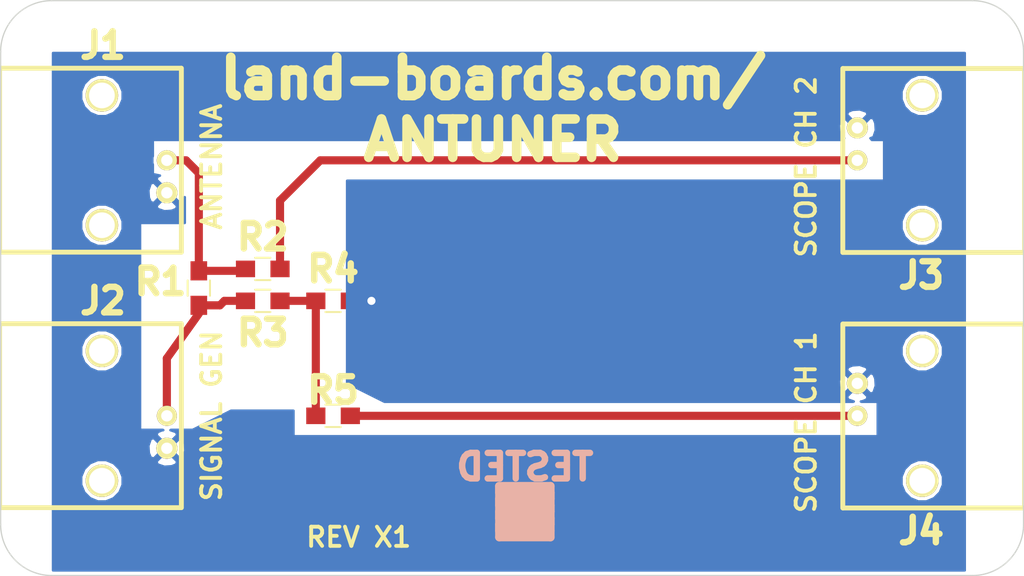
<source format=kicad_pcb>
(kicad_pcb (version 4) (host pcbnew 4.0.5)

  (general
    (links 12)
    (no_connects 0)
    (area -13.849999 -7.2 91.635715 45.6256)
    (thickness 1.6)
    (drawings 19)
    (tracks 18)
    (zones 0)
    (modules 10)
    (nets 7)
  )

  (page A3)
  (layers
    (0 F.Cu signal hide)
    (31 B.Cu signal)
    (36 B.SilkS user)
    (37 F.SilkS user)
    (38 B.Mask user)
    (39 F.Mask user)
    (40 Dwgs.User user hide)
    (44 Edge.Cuts user)
  )

  (setup
    (last_trace_width 0.635)
    (user_trace_width 0.2032)
    (user_trace_width 0.635)
    (trace_clearance 0.254)
    (zone_clearance 0.254)
    (zone_45_only no)
    (trace_min 0.2032)
    (segment_width 0.2)
    (edge_width 0.1)
    (via_size 0.889)
    (via_drill 0.635)
    (via_min_size 0.889)
    (via_min_drill 0.508)
    (uvia_size 0.508)
    (uvia_drill 0.127)
    (uvias_allowed no)
    (uvia_min_size 0.508)
    (uvia_min_drill 0.127)
    (pcb_text_width 0.3)
    (pcb_text_size 1.5 1.5)
    (mod_edge_width 0.15)
    (mod_text_size 2 2)
    (mod_text_width 0.5)
    (pad_size 1.5 1.5)
    (pad_drill 0.6)
    (pad_to_mask_clearance 0)
    (aux_axis_origin 0 0)
    (visible_elements 7FFFFF7F)
    (pcbplotparams
      (layerselection 0x010f0_80000001)
      (usegerberextensions false)
      (excludeedgelayer true)
      (linewidth 0.150000)
      (plotframeref false)
      (viasonmask false)
      (mode 1)
      (useauxorigin false)
      (hpglpennumber 1)
      (hpglpenspeed 20)
      (hpglpendiameter 15)
      (hpglpenoverlay 2)
      (psnegative false)
      (psa4output false)
      (plotreference true)
      (plotvalue true)
      (plotinvisibletext false)
      (padsonsilk false)
      (subtractmaskfromsilk false)
      (outputformat 1)
      (mirror false)
      (drillshape 0)
      (scaleselection 1)
      (outputdirectory plots/))
  )

  (net 0 "")
  (net 1 GND)
  (net 2 "Net-(J1-Pad1)")
  (net 3 "Net-(J2-Pad1)")
  (net 4 "Net-(J3-Pad1)")
  (net 5 "Net-(J4-Pad1)")
  (net 6 "Net-(R3-Pad2)")

  (net_class Default "This is the default net class."
    (clearance 0.254)
    (trace_width 0.254)
    (via_dia 0.889)
    (via_drill 0.635)
    (uvia_dia 0.508)
    (uvia_drill 0.127)
    (add_net GND)
    (add_net "Net-(J1-Pad1)")
    (add_net "Net-(J2-Pad1)")
    (add_net "Net-(J3-Pad1)")
    (add_net "Net-(J4-Pad1)")
    (add_net "Net-(R3-Pad2)")
  )

  (module BNC-RT (layer F.Cu) (tedit 592B1C65) (tstamp 519A6003)
    (at 13 12.5 90)
    (path /519A5027)
    (fp_text reference J1 (at 9 -5 180) (layer F.SilkS)
      (effects (font (size 2 2) (thickness 0.5)))
    )
    (fp_text value BNC (at -0.14986 6.2992 90) (layer F.SilkS) hide
      (effects (font (thickness 0.3048)))
    )
    (fp_line (start -7.1882 1.1176) (end -7.1882 -13.08354) (layer F.SilkS) (width 0.381))
    (fp_line (start -7.19328 -13.07846) (end 7.20598 -13.07846) (layer F.SilkS) (width 0.381))
    (fp_line (start 7.21106 -13.08354) (end 7.21106 1.1176) (layer F.SilkS) (width 0.381))
    (fp_line (start -7.1882 1.13538) (end 7.21106 1.13538) (layer F.SilkS) (width 0.381))
    (pad 1 thru_hole circle (at 0 0 90) (size 1.5748 1.5748) (drill 0.889) (layers *.Cu *.Mask F.SilkS)
      (net 2 "Net-(J1-Pad1)"))
    (pad 2 thru_hole circle (at -2.54 0 90) (size 1.651 1.651) (drill 0.889) (layers *.Cu *.Mask F.SilkS)
      (net 1 GND))
    (pad "" thru_hole circle (at -5.08 -5.08 90) (size 2.54 2.54) (drill 2.00914) (layers *.Cu *.Mask F.SilkS))
    (pad "" thru_hole circle (at 5.08 -5.08 90) (size 2.54 2.54) (drill 2.00914) (layers *.Cu *.Mask F.SilkS))
    (model ../KiCAD/modules/packages3d/BNC-RT.wrl
      (at (xyz 0 0 0))
      (scale (xyz 1 1 1))
      (rotate (xyz 0 0 0))
    )
  )

  (module BNC-RT (layer F.Cu) (tedit 592B1C6E) (tstamp 519B5832)
    (at 67 12.5 270)
    (path /5535904A)
    (fp_text reference J3 (at 9 -5 360) (layer F.SilkS)
      (effects (font (size 2 2) (thickness 0.5)))
    )
    (fp_text value BNC (at -0.14986 6.2992 270) (layer F.SilkS) hide
      (effects (font (thickness 0.3048)))
    )
    (fp_line (start -7.1882 1.1176) (end -7.1882 -13.08354) (layer F.SilkS) (width 0.381))
    (fp_line (start -7.19328 -13.07846) (end 7.20598 -13.07846) (layer F.SilkS) (width 0.381))
    (fp_line (start 7.21106 -13.08354) (end 7.21106 1.1176) (layer F.SilkS) (width 0.381))
    (fp_line (start -7.1882 1.13538) (end 7.21106 1.13538) (layer F.SilkS) (width 0.381))
    (pad 1 thru_hole circle (at 0 0 270) (size 1.5748 1.5748) (drill 0.889) (layers *.Cu *.Mask F.SilkS)
      (net 4 "Net-(J3-Pad1)"))
    (pad 2 thru_hole circle (at -2.54 0 270) (size 1.651 1.651) (drill 0.889) (layers *.Cu *.Mask F.SilkS)
      (net 1 GND))
    (pad "" thru_hole circle (at -5.08 -5.08 270) (size 2.54 2.54) (drill 2.00914) (layers *.Cu *.Mask F.SilkS))
    (pad "" thru_hole circle (at 5.08 -5.08 270) (size 2.54 2.54) (drill 2.00914) (layers *.Cu *.Mask F.SilkS))
    (model ../KiCAD/modules/packages3d/BNC-RT.wrl
      (at (xyz 0 0 0))
      (scale (xyz 1 1 1))
      (rotate (xyz 0 0 0))
    )
  )

  (module Resistors_SMD:R_0805_HandSoldering (layer F.Cu) (tedit 592B1C19) (tstamp 571A61D4)
    (at 26 32.5 180)
    (descr "Resistor SMD 0805, hand soldering")
    (tags "resistor 0805")
    (path /58F156FC)
    (attr smd)
    (fp_text reference R5 (at 0 2 180) (layer F.SilkS)
      (effects (font (size 2 2) (thickness 0.5)))
    )
    (fp_text value 1K (at 0 2.1 180) (layer F.Fab) hide
      (effects (font (size 1 1) (thickness 0.15)))
    )
    (fp_line (start -2.4 -1) (end 2.4 -1) (layer F.CrtYd) (width 0.05))
    (fp_line (start -2.4 1) (end 2.4 1) (layer F.CrtYd) (width 0.05))
    (fp_line (start -2.4 -1) (end -2.4 1) (layer F.CrtYd) (width 0.05))
    (fp_line (start 2.4 -1) (end 2.4 1) (layer F.CrtYd) (width 0.05))
    (fp_line (start 0.6 0.875) (end -0.6 0.875) (layer F.SilkS) (width 0.15))
    (fp_line (start -0.6 -0.875) (end 0.6 -0.875) (layer F.SilkS) (width 0.15))
    (pad 1 smd rect (at -1.35 0 180) (size 1.5 1.3) (layers F.Cu F.Mask)
      (net 5 "Net-(J4-Pad1)"))
    (pad 2 smd rect (at 1.35 0 180) (size 1.5 1.3) (layers F.Cu F.Mask)
      (net 6 "Net-(R3-Pad2)"))
    (model Resistors_SMD.3dshapes/R_0805_HandSoldering.wrl
      (at (xyz 0 0 0))
      (scale (xyz 1 1 1))
      (rotate (xyz 0 0 0))
    )
  )

  (module Resistors_SMD:R_0805_HandSoldering (layer F.Cu) (tedit 592B1C91) (tstamp 571A61DF)
    (at 15.5 22.5 90)
    (descr "Resistor SMD 0805, hand soldering")
    (tags "resistor 0805")
    (path /519A4DEE)
    (attr smd)
    (fp_text reference R1 (at 0.5 -3 180) (layer F.SilkS)
      (effects (font (size 2 2) (thickness 0.5)))
    )
    (fp_text value 50 (at 0 2.1 90) (layer F.Fab) hide
      (effects (font (size 1 1) (thickness 0.15)))
    )
    (fp_line (start -2.4 -1) (end 2.4 -1) (layer F.CrtYd) (width 0.05))
    (fp_line (start -2.4 1) (end 2.4 1) (layer F.CrtYd) (width 0.05))
    (fp_line (start -2.4 -1) (end -2.4 1) (layer F.CrtYd) (width 0.05))
    (fp_line (start 2.4 -1) (end 2.4 1) (layer F.CrtYd) (width 0.05))
    (fp_line (start 0.6 0.875) (end -0.6 0.875) (layer F.SilkS) (width 0.15))
    (fp_line (start -0.6 -0.875) (end 0.6 -0.875) (layer F.SilkS) (width 0.15))
    (pad 1 smd rect (at -1.35 0 90) (size 1.5 1.3) (layers F.Cu F.Mask)
      (net 3 "Net-(J2-Pad1)"))
    (pad 2 smd rect (at 1.35 0 90) (size 1.5 1.3) (layers F.Cu F.Mask)
      (net 2 "Net-(J1-Pad1)"))
    (model Resistors_SMD.3dshapes/R_0805_HandSoldering.wrl
      (at (xyz 0 0 0))
      (scale (xyz 1 1 1))
      (rotate (xyz 0 0 0))
    )
  )

  (module Resistors_SMD:R_0805_HandSoldering (layer F.Cu) (tedit 592B1C9A) (tstamp 571A61EA)
    (at 20.5 23.5)
    (descr "Resistor SMD 0805, hand soldering")
    (tags "resistor 0805")
    (path /519A4ED4)
    (attr smd)
    (fp_text reference R3 (at 0 2.5) (layer F.SilkS)
      (effects (font (size 2 2) (thickness 0.5)))
    )
    (fp_text value 50 (at 0 2.1) (layer F.Fab) hide
      (effects (font (size 1 1) (thickness 0.15)))
    )
    (fp_line (start -2.4 -1) (end 2.4 -1) (layer F.CrtYd) (width 0.05))
    (fp_line (start -2.4 1) (end 2.4 1) (layer F.CrtYd) (width 0.05))
    (fp_line (start -2.4 -1) (end -2.4 1) (layer F.CrtYd) (width 0.05))
    (fp_line (start 2.4 -1) (end 2.4 1) (layer F.CrtYd) (width 0.05))
    (fp_line (start 0.6 0.875) (end -0.6 0.875) (layer F.SilkS) (width 0.15))
    (fp_line (start -0.6 -0.875) (end 0.6 -0.875) (layer F.SilkS) (width 0.15))
    (pad 1 smd rect (at -1.35 0) (size 1.5 1.3) (layers F.Cu F.Mask)
      (net 3 "Net-(J2-Pad1)"))
    (pad 2 smd rect (at 1.35 0) (size 1.5 1.3) (layers F.Cu F.Mask)
      (net 6 "Net-(R3-Pad2)"))
    (model Resistors_SMD.3dshapes/R_0805_HandSoldering.wrl
      (at (xyz 0 0 0))
      (scale (xyz 1 1 1))
      (rotate (xyz 0 0 0))
    )
  )

  (module Resistors_SMD:R_0805_HandSoldering (layer F.Cu) (tedit 592B1C95) (tstamp 571A61F5)
    (at 20.5 21)
    (descr "Resistor SMD 0805, hand soldering")
    (tags "resistor 0805")
    (path /519A4EE6)
    (attr smd)
    (fp_text reference R2 (at 0 -2.5) (layer F.SilkS)
      (effects (font (size 2 2) (thickness 0.5)))
    )
    (fp_text value 1K (at 0 2.1) (layer F.Fab) hide
      (effects (font (size 1 1) (thickness 0.15)))
    )
    (fp_line (start -2.4 -1) (end 2.4 -1) (layer F.CrtYd) (width 0.05))
    (fp_line (start -2.4 1) (end 2.4 1) (layer F.CrtYd) (width 0.05))
    (fp_line (start -2.4 -1) (end -2.4 1) (layer F.CrtYd) (width 0.05))
    (fp_line (start 2.4 -1) (end 2.4 1) (layer F.CrtYd) (width 0.05))
    (fp_line (start 0.6 0.875) (end -0.6 0.875) (layer F.SilkS) (width 0.15))
    (fp_line (start -0.6 -0.875) (end 0.6 -0.875) (layer F.SilkS) (width 0.15))
    (pad 1 smd rect (at -1.35 0) (size 1.5 1.3) (layers F.Cu F.Mask)
      (net 2 "Net-(J1-Pad1)"))
    (pad 2 smd rect (at 1.35 0) (size 1.5 1.3) (layers F.Cu F.Mask)
      (net 4 "Net-(J3-Pad1)"))
    (model Resistors_SMD.3dshapes/R_0805_HandSoldering.wrl
      (at (xyz 0 0 0))
      (scale (xyz 1 1 1))
      (rotate (xyz 0 0 0))
    )
  )

  (module Resistors_SMD:R_0805_HandSoldering (layer F.Cu) (tedit 592B1C9F) (tstamp 571A6200)
    (at 26 23.5)
    (descr "Resistor SMD 0805, hand soldering")
    (tags "resistor 0805")
    (path /519A4F10)
    (attr smd)
    (fp_text reference R4 (at 0 -2.5) (layer F.SilkS)
      (effects (font (size 2 2) (thickness 0.5)))
    )
    (fp_text value 50 (at 0 2.1) (layer F.Fab) hide
      (effects (font (size 1 1) (thickness 0.15)))
    )
    (fp_line (start -2.4 -1) (end 2.4 -1) (layer F.CrtYd) (width 0.05))
    (fp_line (start -2.4 1) (end 2.4 1) (layer F.CrtYd) (width 0.05))
    (fp_line (start -2.4 -1) (end -2.4 1) (layer F.CrtYd) (width 0.05))
    (fp_line (start 2.4 -1) (end 2.4 1) (layer F.CrtYd) (width 0.05))
    (fp_line (start 0.6 0.875) (end -0.6 0.875) (layer F.SilkS) (width 0.15))
    (fp_line (start -0.6 -0.875) (end 0.6 -0.875) (layer F.SilkS) (width 0.15))
    (pad 1 smd rect (at -1.35 0) (size 1.5 1.3) (layers F.Cu F.Mask)
      (net 6 "Net-(R3-Pad2)"))
    (pad 2 smd rect (at 1.35 0) (size 1.5 1.3) (layers F.Cu F.Mask)
      (net 1 GND))
    (model Resistors_SMD.3dshapes/R_0805_HandSoldering.wrl
      (at (xyz 0 0 0))
      (scale (xyz 1 1 1))
      (rotate (xyz 0 0 0))
    )
  )

  (module BNC-RT (layer F.Cu) (tedit 592B1C61) (tstamp 58F1364B)
    (at 13 32.5 90)
    (path /58F143B7)
    (fp_text reference J2 (at 9 -5 180) (layer F.SilkS)
      (effects (font (size 2 2) (thickness 0.5)))
    )
    (fp_text value BNC (at -0.14986 6.2992 90) (layer F.SilkS) hide
      (effects (font (thickness 0.3048)))
    )
    (fp_line (start -7.1882 1.1176) (end -7.1882 -13.08354) (layer F.SilkS) (width 0.381))
    (fp_line (start -7.19328 -13.07846) (end 7.20598 -13.07846) (layer F.SilkS) (width 0.381))
    (fp_line (start 7.21106 -13.08354) (end 7.21106 1.1176) (layer F.SilkS) (width 0.381))
    (fp_line (start -7.1882 1.13538) (end 7.21106 1.13538) (layer F.SilkS) (width 0.381))
    (pad 1 thru_hole circle (at 0 0 90) (size 1.5748 1.5748) (drill 0.889) (layers *.Cu *.Mask F.SilkS)
      (net 3 "Net-(J2-Pad1)"))
    (pad 2 thru_hole circle (at -2.54 0 90) (size 1.651 1.651) (drill 0.889) (layers *.Cu *.Mask F.SilkS)
      (net 1 GND))
    (pad "" thru_hole circle (at -5.08 -5.08 90) (size 2.54 2.54) (drill 2.00914) (layers *.Cu *.Mask F.SilkS))
    (pad "" thru_hole circle (at 5.08 -5.08 90) (size 2.54 2.54) (drill 2.00914) (layers *.Cu *.Mask F.SilkS))
  )

  (module BNC-RT (layer F.Cu) (tedit 592B1C73) (tstamp 58F13653)
    (at 67 32.5 270)
    (path /58F1435D)
    (fp_text reference J4 (at 9 -5 360) (layer F.SilkS)
      (effects (font (size 2 2) (thickness 0.5)))
    )
    (fp_text value BNC (at -0.14986 6.2992 270) (layer F.SilkS) hide
      (effects (font (thickness 0.3048)))
    )
    (fp_line (start -7.1882 1.1176) (end -7.1882 -13.08354) (layer F.SilkS) (width 0.381))
    (fp_line (start -7.19328 -13.07846) (end 7.20598 -13.07846) (layer F.SilkS) (width 0.381))
    (fp_line (start 7.21106 -13.08354) (end 7.21106 1.1176) (layer F.SilkS) (width 0.381))
    (fp_line (start -7.1882 1.13538) (end 7.21106 1.13538) (layer F.SilkS) (width 0.381))
    (pad 1 thru_hole circle (at 0 0 270) (size 1.5748 1.5748) (drill 0.889) (layers *.Cu *.Mask F.SilkS)
      (net 5 "Net-(J4-Pad1)"))
    (pad 2 thru_hole circle (at -2.54 0 270) (size 1.651 1.651) (drill 0.889) (layers *.Cu *.Mask F.SilkS)
      (net 1 GND))
    (pad "" thru_hole circle (at -5.08 -5.08 270) (size 2.54 2.54) (drill 2.00914) (layers *.Cu *.Mask F.SilkS))
    (pad "" thru_hole circle (at 5.08 -5.08 270) (size 2.54 2.54) (drill 2.00914) (layers *.Cu *.Mask F.SilkS))
  )

  (module LandBoards_Marking:TEST_BLK-REAR (layer F.Cu) (tedit 58F4B07B) (tstamp 58F4B163)
    (at 41 40)
    (path /58F4B46E)
    (fp_text reference TESTED (at 0 -3.5) (layer B.SilkS)
      (effects (font (size 2 2) (thickness 0.5)) (justify mirror))
    )
    (fp_text value COUPON (at 0 4) (layer F.SilkS) hide
      (effects (font (thickness 0.3048)))
    )
    (fp_line (start -2 -2) (end 2 -2) (layer B.SilkS) (width 0.65))
    (fp_line (start 2 -2) (end 2 2) (layer B.SilkS) (width 0.65))
    (fp_line (start 2 2) (end -2 2) (layer B.SilkS) (width 0.65))
    (fp_line (start -2 2) (end -2 -2) (layer B.SilkS) (width 0.65))
    (fp_line (start -2 -2) (end -2 -1.5) (layer B.SilkS) (width 0.65))
    (fp_line (start -2 -1.5) (end 2 -1.5) (layer B.SilkS) (width 0.65))
    (fp_line (start 2 -1.5) (end 2 -1) (layer B.SilkS) (width 0.65))
    (fp_line (start 2 -1) (end -2 -1) (layer B.SilkS) (width 0.65))
    (fp_line (start -2 -1) (end -2 -0.5) (layer B.SilkS) (width 0.65))
    (fp_line (start -2 -0.5) (end 2 -0.5) (layer B.SilkS) (width 0.65))
    (fp_line (start 2 -0.5) (end 2 0) (layer B.SilkS) (width 0.65))
    (fp_line (start 2 0) (end -2 0) (layer B.SilkS) (width 0.65))
    (fp_line (start -2 0) (end -2 0.5) (layer B.SilkS) (width 0.65))
    (fp_line (start -2 0.5) (end 1.5 0.5) (layer B.SilkS) (width 0.65))
    (fp_line (start 1.5 0.5) (end 2 0.5) (layer B.SilkS) (width 0.65))
    (fp_line (start 2 0.5) (end 2 1) (layer B.SilkS) (width 0.65))
    (fp_line (start 2 1) (end -2 1) (layer B.SilkS) (width 0.65))
    (fp_line (start -2 1) (end -2 1.5) (layer B.SilkS) (width 0.65))
    (fp_line (start -2 1.5) (end 2 1.5) (layer B.SilkS) (width 0.65))
  )

  (gr_text "REV X1" (at 28 42) (layer F.SilkS)
    (effects (font (size 1.5 1.5) (thickness 0.3)))
  )
  (gr_line (start 0 4) (end 0 41) (angle 90) (layer Edge.Cuts) (width 0.1))
  (gr_line (start 80 41) (end 80 4) (angle 90) (layer Edge.Cuts) (width 0.1))
  (dimension 45 (width 0.3) (layer Dwgs.User)
    (gr_text "45.000 mm" (at -7.35 22.5 90) (layer Dwgs.User)
      (effects (font (size 1.5 1.5) (thickness 0.3)))
    )
    (feature1 (pts (xy 5.5 0) (xy -8.7 0)))
    (feature2 (pts (xy 5.5 45) (xy -8.7 45)))
    (crossbar (pts (xy -6 45) (xy -6 0)))
    (arrow1a (pts (xy -6 0) (xy -5.413579 1.126504)))
    (arrow1b (pts (xy -6 0) (xy -6.586421 1.126504)))
    (arrow2a (pts (xy -6 45) (xy -5.413579 43.873496)))
    (arrow2b (pts (xy -6 45) (xy -6.586421 43.873496)))
  )
  (dimension 5 (width 0.3) (layer Dwgs.User)
    (gr_text "5.000 mm" (at 85.85 42.5 270) (layer Dwgs.User)
      (effects (font (size 1.5 1.5) (thickness 0.3)))
    )
    (feature1 (pts (xy 5.5 45) (xy 87.2 45)))
    (feature2 (pts (xy 5.5 40) (xy 87.2 40)))
    (crossbar (pts (xy 84.5 40) (xy 84.5 45)))
    (arrow1a (pts (xy 84.5 45) (xy 83.913579 43.873496)))
    (arrow1b (pts (xy 84.5 45) (xy 85.086421 43.873496)))
    (arrow2a (pts (xy 84.5 40) (xy 83.913579 41.126504)))
    (arrow2b (pts (xy 84.5 40) (xy 85.086421 41.126504)))
  )
  (dimension 5 (width 0.3) (layer Dwgs.User)
    (gr_text "5.000 mm" (at 84.85 2.5 270) (layer Dwgs.User)
      (effects (font (size 1.5 1.5) (thickness 0.3)))
    )
    (feature1 (pts (xy 5 5) (xy 86.2 5)))
    (feature2 (pts (xy 5 0) (xy 86.2 0)))
    (crossbar (pts (xy 83.5 0) (xy 83.5 5)))
    (arrow1a (pts (xy 83.5 5) (xy 82.913579 3.873496)))
    (arrow1b (pts (xy 83.5 5) (xy 84.086421 3.873496)))
    (arrow2a (pts (xy 83.5 0) (xy 82.913579 1.126504)))
    (arrow2b (pts (xy 83.5 0) (xy 84.086421 1.126504)))
  )
  (dimension 5 (width 0.3) (layer Dwgs.User)
    (gr_text "5.000 mm" (at -2.35 2.5 270) (layer Dwgs.User)
      (effects (font (size 1.5 1.5) (thickness 0.3)))
    )
    (feature1 (pts (xy 5 5) (xy -3.7 5)))
    (feature2 (pts (xy 5 0) (xy -3.7 0)))
    (crossbar (pts (xy -1 0) (xy -1 5)))
    (arrow1a (pts (xy -1 5) (xy -1.586421 3.873496)))
    (arrow1b (pts (xy -1 5) (xy -0.413579 3.873496)))
    (arrow2a (pts (xy -1 0) (xy -1.586421 1.126504)))
    (arrow2b (pts (xy -1 0) (xy -0.413579 1.126504)))
  )
  (gr_line (start 76 45) (end 4 45) (angle 90) (layer Edge.Cuts) (width 0.1))
  (gr_line (start 4 0) (end 76 0) (angle 90) (layer Edge.Cuts) (width 0.1))
  (dimension 80 (width 0.3) (layer Dwgs.User)
    (gr_text "80.000 mm" (at 40 -5.85) (layer Dwgs.User)
      (effects (font (size 1.5 1.5) (thickness 0.3)))
    )
    (feature1 (pts (xy 80 0) (xy 80 -7.2)))
    (feature2 (pts (xy 0 0) (xy 0 -7.2)))
    (crossbar (pts (xy 0 -4.5) (xy 80 -4.5)))
    (arrow1a (pts (xy 80 -4.5) (xy 78.873496 -3.913579)))
    (arrow1b (pts (xy 80 -4.5) (xy 78.873496 -5.086421)))
    (arrow2a (pts (xy 0 -4.5) (xy 1.126504 -3.913579)))
    (arrow2b (pts (xy 0 -4.5) (xy 1.126504 -5.086421)))
  )
  (gr_text "SIGNAL GEN" (at 16.5 32.5 90) (layer F.SilkS)
    (effects (font (size 1.5 1.5) (thickness 0.3)))
  )
  (gr_text "SCOPE CH 1" (at 63 33 90) (layer F.SilkS)
    (effects (font (size 1.5 1.5) (thickness 0.3)))
  )
  (gr_text ANTENNA (at 16.5 13 90) (layer F.SilkS)
    (effects (font (size 1.5 1.5) (thickness 0.3)))
  )
  (gr_text "SCOPE CH 2" (at 63 13 90) (layer F.SilkS)
    (effects (font (size 1.5 1.5) (thickness 0.3)))
  )
  (gr_arc (start 4 41) (end 4 45) (angle 90) (layer Edge.Cuts) (width 0.1))
  (gr_arc (start 76 41) (end 80 41) (angle 90) (layer Edge.Cuts) (width 0.1))
  (gr_arc (start 76 4) (end 76 0) (angle 90) (layer Edge.Cuts) (width 0.1))
  (gr_arc (start 4 4) (end 0 4) (angle 90) (layer Edge.Cuts) (width 0.1))
  (gr_text "land-boards.com/\nANTUNER" (at 38.5 8.5) (layer F.SilkS)
    (effects (font (size 3 3) (thickness 0.75)))
  )

  (segment (start 27.35 23.5) (end 29 23.5) (width 0.635) (layer F.Cu) (net 1))
  (via (at 29 23.5) (size 0.889) (drill 0.635) (layers F.Cu B.Cu) (net 1))
  (segment (start 15.5 21.15) (end 19 21.15) (width 0.635) (layer F.Cu) (net 2) (status 20))
  (segment (start 19 21.15) (end 19.15 21) (width 0.635) (layer F.Cu) (net 2) (tstamp 592B164E) (status 30))
  (segment (start 15.5 21.15) (end 15.5 13.5) (width 0.635) (layer F.Cu) (net 2) (status 10))
  (segment (start 14.5 12.5) (end 13 12.5) (width 0.635) (layer F.Cu) (net 2) (tstamp 592B163A) (status 20))
  (segment (start 15.5 13.5) (end 14.5 12.5) (width 0.635) (layer F.Cu) (net 2) (tstamp 592B1638))
  (segment (start 15.5 23.85) (end 17.15 23.85) (width 0.635) (layer F.Cu) (net 3))
  (segment (start 17.5 23.5) (end 19.15 23.5) (width 0.635) (layer F.Cu) (net 3) (tstamp 592B1948))
  (segment (start 17.15 23.85) (end 17.5 23.5) (width 0.635) (layer F.Cu) (net 3) (tstamp 592B1947))
  (segment (start 13 32.5) (end 13 28) (width 0.635) (layer F.Cu) (net 3))
  (segment (start 13 28) (end 15.5 24.5) (width 0.635) (layer F.Cu) (net 3) (tstamp 592B1644) (status 20))
  (segment (start 21.85 21) (end 21.85 15.65) (width 0.635) (layer F.Cu) (net 4) (status 10))
  (segment (start 25 12.5) (end 67 12.5) (width 0.635) (layer F.Cu) (net 4) (tstamp 592B1675))
  (segment (start 21.85 15.65) (end 25 12.5) (width 0.635) (layer F.Cu) (net 4) (tstamp 592B1671))
  (segment (start 67 32.5) (end 27.35 32.5) (width 0.635) (layer F.Cu) (net 5))
  (segment (start 24.65 23.5) (end 24.65 32.5) (width 0.635) (layer F.Cu) (net 6))
  (segment (start 21.85 23.5) (end 24.65 23.5) (width 0.635) (layer F.Cu) (net 6))

  (zone (net 1) (net_name GND) (layer B.Cu) (tstamp 58F4AAC9) (hatch edge 0.508)
    (connect_pads (clearance 0.254))
    (min_thickness 0.2032)
    (fill yes (arc_segments 16) (thermal_gap 0.508) (thermal_bridge_width 0.508))
    (polygon
      (pts
        (xy 75.5 45) (xy 4 45) (xy 4 4) (xy 44 4) (xy 75.5 4)
      )
    )
    (filled_polygon
      (pts
        (xy 75.3984 44.5944) (xy 4.1016 44.5944) (xy 4.1016 37.901933) (xy 6.294119 37.901933) (xy 6.54108 38.499625)
        (xy 6.99797 38.957313) (xy 7.59523 39.205317) (xy 8.241933 39.205881) (xy 8.839625 38.95892) (xy 9.297313 38.50203)
        (xy 9.545317 37.90477) (xy 9.545319 37.901933) (xy 70.454119 37.901933) (xy 70.70108 38.499625) (xy 71.15797 38.957313)
        (xy 71.75523 39.205317) (xy 72.401933 39.205881) (xy 72.999625 38.95892) (xy 73.457313 38.50203) (xy 73.705317 37.90477)
        (xy 73.705881 37.258067) (xy 73.45892 36.660375) (xy 73.00203 36.202687) (xy 72.40477 35.954683) (xy 71.758067 35.954119)
        (xy 71.160375 36.20108) (xy 70.702687 36.65797) (xy 70.454683 37.25523) (xy 70.454119 37.901933) (xy 9.545319 37.901933)
        (xy 9.545881 37.258067) (xy 9.29892 36.660375) (xy 8.84203 36.202687) (xy 8.518545 36.068364) (xy 12.187162 36.068364)
        (xy 12.267915 36.306906) (xy 12.808466 36.490625) (xy 13.378176 36.4535) (xy 13.732085 36.306906) (xy 13.812838 36.068364)
        (xy 13 35.255526) (xy 12.187162 36.068364) (xy 8.518545 36.068364) (xy 8.24477 35.954683) (xy 7.598067 35.954119)
        (xy 7.000375 36.20108) (xy 6.542687 36.65797) (xy 6.294683 37.25523) (xy 6.294119 37.901933) (xy 4.1016 37.901933)
        (xy 4.1016 34.848466) (xy 11.549375 34.848466) (xy 11.5865 35.418176) (xy 11.733094 35.772085) (xy 11.971636 35.852838)
        (xy 12.784474 35.04) (xy 13.215526 35.04) (xy 14.028364 35.852838) (xy 14.266906 35.772085) (xy 14.450625 35.231534)
        (xy 14.4135 34.661824) (xy 14.266906 34.307915) (xy 14.028364 34.227162) (xy 13.215526 35.04) (xy 12.784474 35.04)
        (xy 11.971636 34.227162) (xy 11.733094 34.307915) (xy 11.549375 34.848466) (xy 4.1016 34.848466) (xy 4.1016 27.741933)
        (xy 6.294119 27.741933) (xy 6.54108 28.339625) (xy 6.99797 28.797313) (xy 7.59523 29.045317) (xy 8.241933 29.045881)
        (xy 8.839625 28.79892) (xy 9.297313 28.34203) (xy 9.545317 27.74477) (xy 9.545881 27.098067) (xy 9.29892 26.500375)
        (xy 8.84203 26.042687) (xy 8.24477 25.794683) (xy 7.598067 25.794119) (xy 7.000375 26.04108) (xy 6.542687 26.49797)
        (xy 6.294683 27.09523) (xy 6.294119 27.741933) (xy 4.1016 27.741933) (xy 4.1016 17.901933) (xy 6.294119 17.901933)
        (xy 6.54108 18.499625) (xy 6.99797 18.957313) (xy 7.59523 19.205317) (xy 8.241933 19.205881) (xy 8.839625 18.95892)
        (xy 9.297313 18.50203) (xy 9.545317 17.90477) (xy 9.54567 17.5) (xy 10.8984 17.5) (xy 10.8984 33.5)
        (xy 10.905348 33.536927) (xy 10.927172 33.570843) (xy 10.960472 33.593595) (xy 11 33.6016) (xy 12.672423 33.6016)
        (xy 12.717391 33.620272) (xy 12.621824 33.6265) (xy 12.267915 33.773094) (xy 12.187162 34.011636) (xy 13 34.824474)
        (xy 13.812838 34.011636) (xy 13.732085 33.773094) (xy 13.282114 33.620161) (xy 13.327034 33.6016) (xy 15 33.6016)
        (xy 15.045437 33.590874) (xy 18.023985 32.1016) (xy 22.8984 32.1016) (xy 22.8984 34) (xy 22.905348 34.036927)
        (xy 22.927172 34.070843) (xy 22.960472 34.093595) (xy 23 34.1016) (xy 68.5 34.1016) (xy 68.536927 34.094652)
        (xy 68.570843 34.072828) (xy 68.593595 34.039528) (xy 68.6016 34) (xy 68.6016 31.5) (xy 68.594652 31.463073)
        (xy 68.572828 31.429157) (xy 68.539528 31.406405) (xy 68.5 31.3984) (xy 67.327577 31.3984) (xy 67.282609 31.379728)
        (xy 67.378176 31.3735) (xy 67.732085 31.226906) (xy 67.812838 30.988364) (xy 67 30.175526) (xy 66.187162 30.988364)
        (xy 66.267915 31.226906) (xy 66.717886 31.379839) (xy 66.672966 31.3984) (xy 30.023985 31.3984) (xy 27.1016 29.937208)
        (xy 27.1016 29.768466) (xy 65.549375 29.768466) (xy 65.5865 30.338176) (xy 65.733094 30.692085) (xy 65.971636 30.772838)
        (xy 66.784474 29.96) (xy 67.215526 29.96) (xy 68.028364 30.772838) (xy 68.266906 30.692085) (xy 68.450625 30.151534)
        (xy 68.4135 29.581824) (xy 68.266906 29.227915) (xy 68.028364 29.147162) (xy 67.215526 29.96) (xy 66.784474 29.96)
        (xy 65.971636 29.147162) (xy 65.733094 29.227915) (xy 65.549375 29.768466) (xy 27.1016 29.768466) (xy 27.1016 28.931636)
        (xy 66.187162 28.931636) (xy 67 29.744474) (xy 67.812838 28.931636) (xy 67.732085 28.693094) (xy 67.191534 28.509375)
        (xy 66.621824 28.5465) (xy 66.267915 28.693094) (xy 66.187162 28.931636) (xy 27.1016 28.931636) (xy 27.1016 27.741933)
        (xy 70.454119 27.741933) (xy 70.70108 28.339625) (xy 71.15797 28.797313) (xy 71.75523 29.045317) (xy 72.401933 29.045881)
        (xy 72.999625 28.79892) (xy 73.457313 28.34203) (xy 73.705317 27.74477) (xy 73.705881 27.098067) (xy 73.45892 26.500375)
        (xy 73.00203 26.042687) (xy 72.40477 25.794683) (xy 71.758067 25.794119) (xy 71.160375 26.04108) (xy 70.702687 26.49797)
        (xy 70.454683 27.09523) (xy 70.454119 27.741933) (xy 27.1016 27.741933) (xy 27.1016 17.901933) (xy 70.454119 17.901933)
        (xy 70.70108 18.499625) (xy 71.15797 18.957313) (xy 71.75523 19.205317) (xy 72.401933 19.205881) (xy 72.999625 18.95892)
        (xy 73.457313 18.50203) (xy 73.705317 17.90477) (xy 73.705881 17.258067) (xy 73.45892 16.660375) (xy 73.00203 16.202687)
        (xy 72.40477 15.954683) (xy 71.758067 15.954119) (xy 71.160375 16.20108) (xy 70.702687 16.65797) (xy 70.454683 17.25523)
        (xy 70.454119 17.901933) (xy 27.1016 17.901933) (xy 27.1016 14.1016) (xy 69 14.1016) (xy 69.036927 14.094652)
        (xy 69.070843 14.072828) (xy 69.093595 14.039528) (xy 69.1016 14) (xy 69.1016 11) (xy 69.094652 10.963073)
        (xy 69.072828 10.929157) (xy 69.039528 10.906405) (xy 69 10.8984) (xy 68.128085 10.8984) (xy 68.141007 10.885478)
        (xy 68.028366 10.772837) (xy 68.266906 10.692085) (xy 68.450625 10.151534) (xy 68.4135 9.581824) (xy 68.266906 9.227915)
        (xy 68.028364 9.147162) (xy 67.215526 9.96) (xy 67.229669 9.974143) (xy 67.014143 10.189669) (xy 67 10.175526)
        (xy 66.985858 10.189669) (xy 66.770332 9.974143) (xy 66.784474 9.96) (xy 65.971636 9.147162) (xy 65.733094 9.227915)
        (xy 65.549375 9.768466) (xy 65.5865 10.338176) (xy 65.733094 10.692085) (xy 65.971634 10.772837) (xy 65.858993 10.885478)
        (xy 65.871915 10.8984) (xy 12 10.8984) (xy 11.963073 10.905348) (xy 11.929157 10.927172) (xy 11.906405 10.960472)
        (xy 11.8984 11) (xy 11.8984 12.172423) (xy 11.857199 12.271646) (xy 11.856802 12.726359) (xy 11.8984 12.827034)
        (xy 11.8984 13.5) (xy 11.914693 13.555184) (xy 11.942884 13.584026) (xy 11.980075 13.599627) (xy 12.45661 13.694934)
        (xy 12.267915 13.773094) (xy 12.187162 14.011636) (xy 13 14.824474) (xy 13.014143 14.810332) (xy 13.229669 15.025858)
        (xy 13.215526 15.04) (xy 14.028364 15.852838) (xy 14.266906 15.772085) (xy 14.3984 15.385194) (xy 14.3984 17.3984)
        (xy 11 17.3984) (xy 10.963073 17.405348) (xy 10.929157 17.427172) (xy 10.906405 17.460472) (xy 10.8984 17.5)
        (xy 9.54567 17.5) (xy 9.545881 17.258067) (xy 9.29892 16.660375) (xy 8.84203 16.202687) (xy 8.518545 16.068364)
        (xy 12.187162 16.068364) (xy 12.267915 16.306906) (xy 12.808466 16.490625) (xy 13.378176 16.4535) (xy 13.732085 16.306906)
        (xy 13.812838 16.068364) (xy 13 15.255526) (xy 12.187162 16.068364) (xy 8.518545 16.068364) (xy 8.24477 15.954683)
        (xy 7.598067 15.954119) (xy 7.000375 16.20108) (xy 6.542687 16.65797) (xy 6.294683 17.25523) (xy 6.294119 17.901933)
        (xy 4.1016 17.901933) (xy 4.1016 14.848466) (xy 11.549375 14.848466) (xy 11.5865 15.418176) (xy 11.733094 15.772085)
        (xy 11.971636 15.852838) (xy 12.784474 15.04) (xy 11.971636 14.227162) (xy 11.733094 14.307915) (xy 11.549375 14.848466)
        (xy 4.1016 14.848466) (xy 4.1016 7.741933) (xy 6.294119 7.741933) (xy 6.54108 8.339625) (xy 6.99797 8.797313)
        (xy 7.59523 9.045317) (xy 8.241933 9.045881) (xy 8.518427 8.931636) (xy 66.187162 8.931636) (xy 67 9.744474)
        (xy 67.812838 8.931636) (xy 67.732085 8.693094) (xy 67.191534 8.509375) (xy 66.621824 8.5465) (xy 66.267915 8.693094)
        (xy 66.187162 8.931636) (xy 8.518427 8.931636) (xy 8.839625 8.79892) (xy 9.297313 8.34203) (xy 9.545317 7.74477)
        (xy 9.545319 7.741933) (xy 70.454119 7.741933) (xy 70.70108 8.339625) (xy 71.15797 8.797313) (xy 71.75523 9.045317)
        (xy 72.401933 9.045881) (xy 72.999625 8.79892) (xy 73.457313 8.34203) (xy 73.705317 7.74477) (xy 73.705881 7.098067)
        (xy 73.45892 6.500375) (xy 73.00203 6.042687) (xy 72.40477 5.794683) (xy 71.758067 5.794119) (xy 71.160375 6.04108)
        (xy 70.702687 6.49797) (xy 70.454683 7.09523) (xy 70.454119 7.741933) (xy 9.545319 7.741933) (xy 9.545881 7.098067)
        (xy 9.29892 6.500375) (xy 8.84203 6.042687) (xy 8.24477 5.794683) (xy 7.598067 5.794119) (xy 7.000375 6.04108)
        (xy 6.542687 6.49797) (xy 6.294683 7.09523) (xy 6.294119 7.741933) (xy 4.1016 7.741933) (xy 4.1016 4.1016)
        (xy 75.3984 4.1016)
      )
    )
  )
  (zone (net 0) (net_name "") (layer B.Cu) (tstamp 58F4AC7F) (hatch edge 0.508)
    (connect_pads (clearance 0.254))
    (min_thickness 0.2032)
    (keepout (tracks not_allowed) (vias not_allowed) (copperpour not_allowed))
    (fill (arc_segments 16) (thermal_gap 0.508) (thermal_bridge_width 0.508))
    (polygon
      (pts
        (xy 12 11) (xy 69 11) (xy 69 14) (xy 27 14) (xy 27 30)
        (xy 30 31.5) (xy 68.5 31.5) (xy 68.5 34) (xy 23 34) (xy 23 32)
        (xy 18 32) (xy 15 33.5) (xy 11 33.5) (xy 11 33) (xy 11 17.5)
        (xy 14.5 17.5) (xy 14.5 14) (xy 12 13.5)
      )
    )
  )
)

</source>
